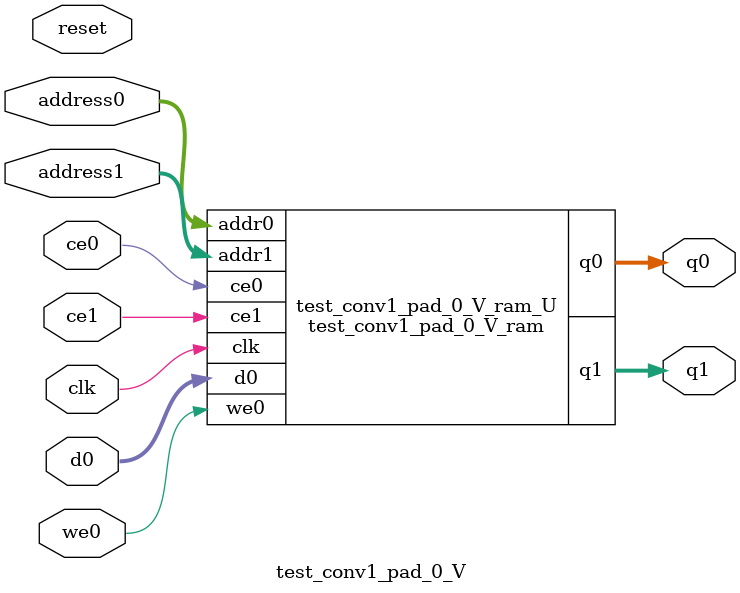
<source format=v>
`timescale 1 ns / 1 ps
module test_conv1_pad_0_V_ram (addr0, ce0, d0, we0, q0, addr1, ce1, q1,  clk);

parameter DWIDTH = 8;
parameter AWIDTH = 18;
parameter MEM_SIZE = 156492;

input[AWIDTH-1:0] addr0;
input ce0;
input[DWIDTH-1:0] d0;
input we0;
output reg[DWIDTH-1:0] q0;
input[AWIDTH-1:0] addr1;
input ce1;
output reg[DWIDTH-1:0] q1;
input clk;

(* ram_style = "block" *)reg [DWIDTH-1:0] ram[0:MEM_SIZE-1];




always @(posedge clk)  
begin 
    if (ce0) begin
        if (we0) 
            ram[addr0] <= d0; 
        q0 <= ram[addr0];
    end
end


always @(posedge clk)  
begin 
    if (ce1) begin
        q1 <= ram[addr1];
    end
end


endmodule

`timescale 1 ns / 1 ps
module test_conv1_pad_0_V(
    reset,
    clk,
    address0,
    ce0,
    we0,
    d0,
    q0,
    address1,
    ce1,
    q1);

parameter DataWidth = 32'd8;
parameter AddressRange = 32'd156492;
parameter AddressWidth = 32'd18;
input reset;
input clk;
input[AddressWidth - 1:0] address0;
input ce0;
input we0;
input[DataWidth - 1:0] d0;
output[DataWidth - 1:0] q0;
input[AddressWidth - 1:0] address1;
input ce1;
output[DataWidth - 1:0] q1;



test_conv1_pad_0_V_ram test_conv1_pad_0_V_ram_U(
    .clk( clk ),
    .addr0( address0 ),
    .ce0( ce0 ),
    .we0( we0 ),
    .d0( d0 ),
    .q0( q0 ),
    .addr1( address1 ),
    .ce1( ce1 ),
    .q1( q1 ));

endmodule


</source>
